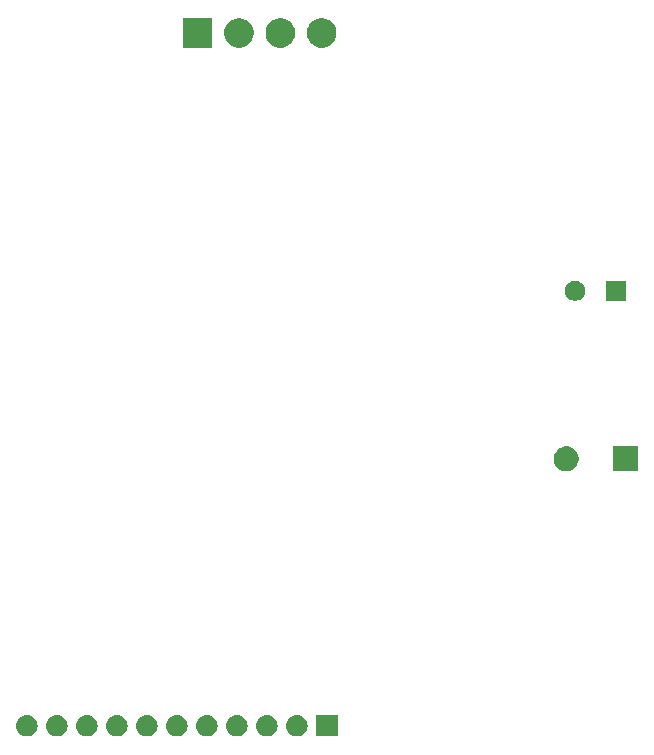
<source format=gbr>
G04 #@! TF.GenerationSoftware,KiCad,Pcbnew,(5.1.4-0-10_14)*
G04 #@! TF.CreationDate,2020-01-18T12:34:28-08:00*
G04 #@! TF.ProjectId,Board,426f6172-642e-46b6-9963-61645f706362,v1.0*
G04 #@! TF.SameCoordinates,Original*
G04 #@! TF.FileFunction,Soldermask,Bot*
G04 #@! TF.FilePolarity,Negative*
%FSLAX46Y46*%
G04 Gerber Fmt 4.6, Leading zero omitted, Abs format (unit mm)*
G04 Created by KiCad (PCBNEW (5.1.4-0-10_14)) date 2020-01-18 12:34:28*
%MOMM*%
%LPD*%
G04 APERTURE LIST*
%ADD10C,0.100000*%
G04 APERTURE END LIST*
D10*
G36*
X77990000Y-94119000D02*
G01*
X76188000Y-94119000D01*
X76188000Y-92317000D01*
X77990000Y-92317000D01*
X77990000Y-94119000D01*
X77990000Y-94119000D01*
G37*
G36*
X74659442Y-92323518D02*
G01*
X74725627Y-92330037D01*
X74895466Y-92381557D01*
X75051991Y-92465222D01*
X75087729Y-92494552D01*
X75189186Y-92577814D01*
X75272448Y-92679271D01*
X75301778Y-92715009D01*
X75385443Y-92871534D01*
X75436963Y-93041373D01*
X75454359Y-93218000D01*
X75436963Y-93394627D01*
X75385443Y-93564466D01*
X75301778Y-93720991D01*
X75272448Y-93756729D01*
X75189186Y-93858186D01*
X75087729Y-93941448D01*
X75051991Y-93970778D01*
X74895466Y-94054443D01*
X74725627Y-94105963D01*
X74659442Y-94112482D01*
X74593260Y-94119000D01*
X74504740Y-94119000D01*
X74438558Y-94112482D01*
X74372373Y-94105963D01*
X74202534Y-94054443D01*
X74046009Y-93970778D01*
X74010271Y-93941448D01*
X73908814Y-93858186D01*
X73825552Y-93756729D01*
X73796222Y-93720991D01*
X73712557Y-93564466D01*
X73661037Y-93394627D01*
X73643641Y-93218000D01*
X73661037Y-93041373D01*
X73712557Y-92871534D01*
X73796222Y-92715009D01*
X73825552Y-92679271D01*
X73908814Y-92577814D01*
X74010271Y-92494552D01*
X74046009Y-92465222D01*
X74202534Y-92381557D01*
X74372373Y-92330037D01*
X74438558Y-92323518D01*
X74504740Y-92317000D01*
X74593260Y-92317000D01*
X74659442Y-92323518D01*
X74659442Y-92323518D01*
G37*
G36*
X72119442Y-92323518D02*
G01*
X72185627Y-92330037D01*
X72355466Y-92381557D01*
X72511991Y-92465222D01*
X72547729Y-92494552D01*
X72649186Y-92577814D01*
X72732448Y-92679271D01*
X72761778Y-92715009D01*
X72845443Y-92871534D01*
X72896963Y-93041373D01*
X72914359Y-93218000D01*
X72896963Y-93394627D01*
X72845443Y-93564466D01*
X72761778Y-93720991D01*
X72732448Y-93756729D01*
X72649186Y-93858186D01*
X72547729Y-93941448D01*
X72511991Y-93970778D01*
X72355466Y-94054443D01*
X72185627Y-94105963D01*
X72119442Y-94112482D01*
X72053260Y-94119000D01*
X71964740Y-94119000D01*
X71898558Y-94112482D01*
X71832373Y-94105963D01*
X71662534Y-94054443D01*
X71506009Y-93970778D01*
X71470271Y-93941448D01*
X71368814Y-93858186D01*
X71285552Y-93756729D01*
X71256222Y-93720991D01*
X71172557Y-93564466D01*
X71121037Y-93394627D01*
X71103641Y-93218000D01*
X71121037Y-93041373D01*
X71172557Y-92871534D01*
X71256222Y-92715009D01*
X71285552Y-92679271D01*
X71368814Y-92577814D01*
X71470271Y-92494552D01*
X71506009Y-92465222D01*
X71662534Y-92381557D01*
X71832373Y-92330037D01*
X71898558Y-92323518D01*
X71964740Y-92317000D01*
X72053260Y-92317000D01*
X72119442Y-92323518D01*
X72119442Y-92323518D01*
G37*
G36*
X69579442Y-92323518D02*
G01*
X69645627Y-92330037D01*
X69815466Y-92381557D01*
X69971991Y-92465222D01*
X70007729Y-92494552D01*
X70109186Y-92577814D01*
X70192448Y-92679271D01*
X70221778Y-92715009D01*
X70305443Y-92871534D01*
X70356963Y-93041373D01*
X70374359Y-93218000D01*
X70356963Y-93394627D01*
X70305443Y-93564466D01*
X70221778Y-93720991D01*
X70192448Y-93756729D01*
X70109186Y-93858186D01*
X70007729Y-93941448D01*
X69971991Y-93970778D01*
X69815466Y-94054443D01*
X69645627Y-94105963D01*
X69579442Y-94112482D01*
X69513260Y-94119000D01*
X69424740Y-94119000D01*
X69358558Y-94112482D01*
X69292373Y-94105963D01*
X69122534Y-94054443D01*
X68966009Y-93970778D01*
X68930271Y-93941448D01*
X68828814Y-93858186D01*
X68745552Y-93756729D01*
X68716222Y-93720991D01*
X68632557Y-93564466D01*
X68581037Y-93394627D01*
X68563641Y-93218000D01*
X68581037Y-93041373D01*
X68632557Y-92871534D01*
X68716222Y-92715009D01*
X68745552Y-92679271D01*
X68828814Y-92577814D01*
X68930271Y-92494552D01*
X68966009Y-92465222D01*
X69122534Y-92381557D01*
X69292373Y-92330037D01*
X69358558Y-92323518D01*
X69424740Y-92317000D01*
X69513260Y-92317000D01*
X69579442Y-92323518D01*
X69579442Y-92323518D01*
G37*
G36*
X67039442Y-92323518D02*
G01*
X67105627Y-92330037D01*
X67275466Y-92381557D01*
X67431991Y-92465222D01*
X67467729Y-92494552D01*
X67569186Y-92577814D01*
X67652448Y-92679271D01*
X67681778Y-92715009D01*
X67765443Y-92871534D01*
X67816963Y-93041373D01*
X67834359Y-93218000D01*
X67816963Y-93394627D01*
X67765443Y-93564466D01*
X67681778Y-93720991D01*
X67652448Y-93756729D01*
X67569186Y-93858186D01*
X67467729Y-93941448D01*
X67431991Y-93970778D01*
X67275466Y-94054443D01*
X67105627Y-94105963D01*
X67039442Y-94112482D01*
X66973260Y-94119000D01*
X66884740Y-94119000D01*
X66818558Y-94112482D01*
X66752373Y-94105963D01*
X66582534Y-94054443D01*
X66426009Y-93970778D01*
X66390271Y-93941448D01*
X66288814Y-93858186D01*
X66205552Y-93756729D01*
X66176222Y-93720991D01*
X66092557Y-93564466D01*
X66041037Y-93394627D01*
X66023641Y-93218000D01*
X66041037Y-93041373D01*
X66092557Y-92871534D01*
X66176222Y-92715009D01*
X66205552Y-92679271D01*
X66288814Y-92577814D01*
X66390271Y-92494552D01*
X66426009Y-92465222D01*
X66582534Y-92381557D01*
X66752373Y-92330037D01*
X66818558Y-92323518D01*
X66884740Y-92317000D01*
X66973260Y-92317000D01*
X67039442Y-92323518D01*
X67039442Y-92323518D01*
G37*
G36*
X64499442Y-92323518D02*
G01*
X64565627Y-92330037D01*
X64735466Y-92381557D01*
X64891991Y-92465222D01*
X64927729Y-92494552D01*
X65029186Y-92577814D01*
X65112448Y-92679271D01*
X65141778Y-92715009D01*
X65225443Y-92871534D01*
X65276963Y-93041373D01*
X65294359Y-93218000D01*
X65276963Y-93394627D01*
X65225443Y-93564466D01*
X65141778Y-93720991D01*
X65112448Y-93756729D01*
X65029186Y-93858186D01*
X64927729Y-93941448D01*
X64891991Y-93970778D01*
X64735466Y-94054443D01*
X64565627Y-94105963D01*
X64499442Y-94112482D01*
X64433260Y-94119000D01*
X64344740Y-94119000D01*
X64278558Y-94112482D01*
X64212373Y-94105963D01*
X64042534Y-94054443D01*
X63886009Y-93970778D01*
X63850271Y-93941448D01*
X63748814Y-93858186D01*
X63665552Y-93756729D01*
X63636222Y-93720991D01*
X63552557Y-93564466D01*
X63501037Y-93394627D01*
X63483641Y-93218000D01*
X63501037Y-93041373D01*
X63552557Y-92871534D01*
X63636222Y-92715009D01*
X63665552Y-92679271D01*
X63748814Y-92577814D01*
X63850271Y-92494552D01*
X63886009Y-92465222D01*
X64042534Y-92381557D01*
X64212373Y-92330037D01*
X64278558Y-92323518D01*
X64344740Y-92317000D01*
X64433260Y-92317000D01*
X64499442Y-92323518D01*
X64499442Y-92323518D01*
G37*
G36*
X61959442Y-92323518D02*
G01*
X62025627Y-92330037D01*
X62195466Y-92381557D01*
X62351991Y-92465222D01*
X62387729Y-92494552D01*
X62489186Y-92577814D01*
X62572448Y-92679271D01*
X62601778Y-92715009D01*
X62685443Y-92871534D01*
X62736963Y-93041373D01*
X62754359Y-93218000D01*
X62736963Y-93394627D01*
X62685443Y-93564466D01*
X62601778Y-93720991D01*
X62572448Y-93756729D01*
X62489186Y-93858186D01*
X62387729Y-93941448D01*
X62351991Y-93970778D01*
X62195466Y-94054443D01*
X62025627Y-94105963D01*
X61959442Y-94112482D01*
X61893260Y-94119000D01*
X61804740Y-94119000D01*
X61738558Y-94112482D01*
X61672373Y-94105963D01*
X61502534Y-94054443D01*
X61346009Y-93970778D01*
X61310271Y-93941448D01*
X61208814Y-93858186D01*
X61125552Y-93756729D01*
X61096222Y-93720991D01*
X61012557Y-93564466D01*
X60961037Y-93394627D01*
X60943641Y-93218000D01*
X60961037Y-93041373D01*
X61012557Y-92871534D01*
X61096222Y-92715009D01*
X61125552Y-92679271D01*
X61208814Y-92577814D01*
X61310271Y-92494552D01*
X61346009Y-92465222D01*
X61502534Y-92381557D01*
X61672373Y-92330037D01*
X61738558Y-92323518D01*
X61804740Y-92317000D01*
X61893260Y-92317000D01*
X61959442Y-92323518D01*
X61959442Y-92323518D01*
G37*
G36*
X59419442Y-92323518D02*
G01*
X59485627Y-92330037D01*
X59655466Y-92381557D01*
X59811991Y-92465222D01*
X59847729Y-92494552D01*
X59949186Y-92577814D01*
X60032448Y-92679271D01*
X60061778Y-92715009D01*
X60145443Y-92871534D01*
X60196963Y-93041373D01*
X60214359Y-93218000D01*
X60196963Y-93394627D01*
X60145443Y-93564466D01*
X60061778Y-93720991D01*
X60032448Y-93756729D01*
X59949186Y-93858186D01*
X59847729Y-93941448D01*
X59811991Y-93970778D01*
X59655466Y-94054443D01*
X59485627Y-94105963D01*
X59419442Y-94112482D01*
X59353260Y-94119000D01*
X59264740Y-94119000D01*
X59198558Y-94112482D01*
X59132373Y-94105963D01*
X58962534Y-94054443D01*
X58806009Y-93970778D01*
X58770271Y-93941448D01*
X58668814Y-93858186D01*
X58585552Y-93756729D01*
X58556222Y-93720991D01*
X58472557Y-93564466D01*
X58421037Y-93394627D01*
X58403641Y-93218000D01*
X58421037Y-93041373D01*
X58472557Y-92871534D01*
X58556222Y-92715009D01*
X58585552Y-92679271D01*
X58668814Y-92577814D01*
X58770271Y-92494552D01*
X58806009Y-92465222D01*
X58962534Y-92381557D01*
X59132373Y-92330037D01*
X59198558Y-92323518D01*
X59264740Y-92317000D01*
X59353260Y-92317000D01*
X59419442Y-92323518D01*
X59419442Y-92323518D01*
G37*
G36*
X56879442Y-92323518D02*
G01*
X56945627Y-92330037D01*
X57115466Y-92381557D01*
X57271991Y-92465222D01*
X57307729Y-92494552D01*
X57409186Y-92577814D01*
X57492448Y-92679271D01*
X57521778Y-92715009D01*
X57605443Y-92871534D01*
X57656963Y-93041373D01*
X57674359Y-93218000D01*
X57656963Y-93394627D01*
X57605443Y-93564466D01*
X57521778Y-93720991D01*
X57492448Y-93756729D01*
X57409186Y-93858186D01*
X57307729Y-93941448D01*
X57271991Y-93970778D01*
X57115466Y-94054443D01*
X56945627Y-94105963D01*
X56879442Y-94112482D01*
X56813260Y-94119000D01*
X56724740Y-94119000D01*
X56658558Y-94112482D01*
X56592373Y-94105963D01*
X56422534Y-94054443D01*
X56266009Y-93970778D01*
X56230271Y-93941448D01*
X56128814Y-93858186D01*
X56045552Y-93756729D01*
X56016222Y-93720991D01*
X55932557Y-93564466D01*
X55881037Y-93394627D01*
X55863641Y-93218000D01*
X55881037Y-93041373D01*
X55932557Y-92871534D01*
X56016222Y-92715009D01*
X56045552Y-92679271D01*
X56128814Y-92577814D01*
X56230271Y-92494552D01*
X56266009Y-92465222D01*
X56422534Y-92381557D01*
X56592373Y-92330037D01*
X56658558Y-92323518D01*
X56724740Y-92317000D01*
X56813260Y-92317000D01*
X56879442Y-92323518D01*
X56879442Y-92323518D01*
G37*
G36*
X54339442Y-92323518D02*
G01*
X54405627Y-92330037D01*
X54575466Y-92381557D01*
X54731991Y-92465222D01*
X54767729Y-92494552D01*
X54869186Y-92577814D01*
X54952448Y-92679271D01*
X54981778Y-92715009D01*
X55065443Y-92871534D01*
X55116963Y-93041373D01*
X55134359Y-93218000D01*
X55116963Y-93394627D01*
X55065443Y-93564466D01*
X54981778Y-93720991D01*
X54952448Y-93756729D01*
X54869186Y-93858186D01*
X54767729Y-93941448D01*
X54731991Y-93970778D01*
X54575466Y-94054443D01*
X54405627Y-94105963D01*
X54339442Y-94112482D01*
X54273260Y-94119000D01*
X54184740Y-94119000D01*
X54118558Y-94112482D01*
X54052373Y-94105963D01*
X53882534Y-94054443D01*
X53726009Y-93970778D01*
X53690271Y-93941448D01*
X53588814Y-93858186D01*
X53505552Y-93756729D01*
X53476222Y-93720991D01*
X53392557Y-93564466D01*
X53341037Y-93394627D01*
X53323641Y-93218000D01*
X53341037Y-93041373D01*
X53392557Y-92871534D01*
X53476222Y-92715009D01*
X53505552Y-92679271D01*
X53588814Y-92577814D01*
X53690271Y-92494552D01*
X53726009Y-92465222D01*
X53882534Y-92381557D01*
X54052373Y-92330037D01*
X54118558Y-92323518D01*
X54184740Y-92317000D01*
X54273260Y-92317000D01*
X54339442Y-92323518D01*
X54339442Y-92323518D01*
G37*
G36*
X51799442Y-92323518D02*
G01*
X51865627Y-92330037D01*
X52035466Y-92381557D01*
X52191991Y-92465222D01*
X52227729Y-92494552D01*
X52329186Y-92577814D01*
X52412448Y-92679271D01*
X52441778Y-92715009D01*
X52525443Y-92871534D01*
X52576963Y-93041373D01*
X52594359Y-93218000D01*
X52576963Y-93394627D01*
X52525443Y-93564466D01*
X52441778Y-93720991D01*
X52412448Y-93756729D01*
X52329186Y-93858186D01*
X52227729Y-93941448D01*
X52191991Y-93970778D01*
X52035466Y-94054443D01*
X51865627Y-94105963D01*
X51799442Y-94112482D01*
X51733260Y-94119000D01*
X51644740Y-94119000D01*
X51578558Y-94112482D01*
X51512373Y-94105963D01*
X51342534Y-94054443D01*
X51186009Y-93970778D01*
X51150271Y-93941448D01*
X51048814Y-93858186D01*
X50965552Y-93756729D01*
X50936222Y-93720991D01*
X50852557Y-93564466D01*
X50801037Y-93394627D01*
X50783641Y-93218000D01*
X50801037Y-93041373D01*
X50852557Y-92871534D01*
X50936222Y-92715009D01*
X50965552Y-92679271D01*
X51048814Y-92577814D01*
X51150271Y-92494552D01*
X51186009Y-92465222D01*
X51342534Y-92381557D01*
X51512373Y-92330037D01*
X51578558Y-92323518D01*
X51644740Y-92317000D01*
X51733260Y-92317000D01*
X51799442Y-92323518D01*
X51799442Y-92323518D01*
G37*
G36*
X103413000Y-71663000D02*
G01*
X101311000Y-71663000D01*
X101311000Y-69561000D01*
X103413000Y-69561000D01*
X103413000Y-71663000D01*
X103413000Y-71663000D01*
G37*
G36*
X97668564Y-69601389D02*
G01*
X97859833Y-69680615D01*
X97859835Y-69680616D01*
X98031973Y-69795635D01*
X98178365Y-69942027D01*
X98293385Y-70114167D01*
X98372611Y-70305436D01*
X98413000Y-70508484D01*
X98413000Y-70715516D01*
X98372611Y-70918564D01*
X98293385Y-71109833D01*
X98293384Y-71109835D01*
X98178365Y-71281973D01*
X98031973Y-71428365D01*
X97859835Y-71543384D01*
X97859834Y-71543385D01*
X97859833Y-71543385D01*
X97668564Y-71622611D01*
X97465516Y-71663000D01*
X97258484Y-71663000D01*
X97055436Y-71622611D01*
X96864167Y-71543385D01*
X96864166Y-71543385D01*
X96864165Y-71543384D01*
X96692027Y-71428365D01*
X96545635Y-71281973D01*
X96430616Y-71109835D01*
X96430615Y-71109833D01*
X96351389Y-70918564D01*
X96311000Y-70715516D01*
X96311000Y-70508484D01*
X96351389Y-70305436D01*
X96430615Y-70114167D01*
X96545635Y-69942027D01*
X96692027Y-69795635D01*
X96864165Y-69680616D01*
X96864167Y-69680615D01*
X97055436Y-69601389D01*
X97258484Y-69561000D01*
X97465516Y-69561000D01*
X97668564Y-69601389D01*
X97668564Y-69601389D01*
G37*
G36*
X102451000Y-57239000D02*
G01*
X100749000Y-57239000D01*
X100749000Y-55537000D01*
X102451000Y-55537000D01*
X102451000Y-57239000D01*
X102451000Y-57239000D01*
G37*
G36*
X98348228Y-55569703D02*
G01*
X98503100Y-55633853D01*
X98642481Y-55726985D01*
X98761015Y-55845519D01*
X98854147Y-55984900D01*
X98918297Y-56139772D01*
X98951000Y-56304184D01*
X98951000Y-56471816D01*
X98918297Y-56636228D01*
X98854147Y-56791100D01*
X98761015Y-56930481D01*
X98642481Y-57049015D01*
X98503100Y-57142147D01*
X98348228Y-57206297D01*
X98183816Y-57239000D01*
X98016184Y-57239000D01*
X97851772Y-57206297D01*
X97696900Y-57142147D01*
X97557519Y-57049015D01*
X97438985Y-56930481D01*
X97345853Y-56791100D01*
X97281703Y-56636228D01*
X97249000Y-56471816D01*
X97249000Y-56304184D01*
X97281703Y-56139772D01*
X97345853Y-55984900D01*
X97438985Y-55845519D01*
X97557519Y-55726985D01*
X97696900Y-55633853D01*
X97851772Y-55569703D01*
X98016184Y-55537000D01*
X98183816Y-55537000D01*
X98348228Y-55569703D01*
X98348228Y-55569703D01*
G37*
G36*
X67403000Y-35795000D02*
G01*
X64901000Y-35795000D01*
X64901000Y-33293000D01*
X67403000Y-33293000D01*
X67403000Y-35795000D01*
X67403000Y-35795000D01*
G37*
G36*
X70016903Y-33341075D02*
G01*
X70244571Y-33435378D01*
X70449466Y-33572285D01*
X70623715Y-33746534D01*
X70760622Y-33951429D01*
X70854925Y-34179097D01*
X70903000Y-34420787D01*
X70903000Y-34667213D01*
X70854925Y-34908903D01*
X70760622Y-35136571D01*
X70623715Y-35341466D01*
X70449466Y-35515715D01*
X70244571Y-35652622D01*
X70244570Y-35652623D01*
X70244569Y-35652623D01*
X70016903Y-35746925D01*
X69775214Y-35795000D01*
X69528786Y-35795000D01*
X69287097Y-35746925D01*
X69059431Y-35652623D01*
X69059430Y-35652623D01*
X69059429Y-35652622D01*
X68854534Y-35515715D01*
X68680285Y-35341466D01*
X68543378Y-35136571D01*
X68449075Y-34908903D01*
X68401000Y-34667213D01*
X68401000Y-34420787D01*
X68449075Y-34179097D01*
X68543378Y-33951429D01*
X68680285Y-33746534D01*
X68854534Y-33572285D01*
X69059429Y-33435378D01*
X69287097Y-33341075D01*
X69528786Y-33293000D01*
X69775214Y-33293000D01*
X70016903Y-33341075D01*
X70016903Y-33341075D01*
G37*
G36*
X73516903Y-33341075D02*
G01*
X73744571Y-33435378D01*
X73949466Y-33572285D01*
X74123715Y-33746534D01*
X74260622Y-33951429D01*
X74354925Y-34179097D01*
X74403000Y-34420787D01*
X74403000Y-34667213D01*
X74354925Y-34908903D01*
X74260622Y-35136571D01*
X74123715Y-35341466D01*
X73949466Y-35515715D01*
X73744571Y-35652622D01*
X73744570Y-35652623D01*
X73744569Y-35652623D01*
X73516903Y-35746925D01*
X73275214Y-35795000D01*
X73028786Y-35795000D01*
X72787097Y-35746925D01*
X72559431Y-35652623D01*
X72559430Y-35652623D01*
X72559429Y-35652622D01*
X72354534Y-35515715D01*
X72180285Y-35341466D01*
X72043378Y-35136571D01*
X71949075Y-34908903D01*
X71901000Y-34667213D01*
X71901000Y-34420787D01*
X71949075Y-34179097D01*
X72043378Y-33951429D01*
X72180285Y-33746534D01*
X72354534Y-33572285D01*
X72559429Y-33435378D01*
X72787097Y-33341075D01*
X73028786Y-33293000D01*
X73275214Y-33293000D01*
X73516903Y-33341075D01*
X73516903Y-33341075D01*
G37*
G36*
X77016903Y-33341075D02*
G01*
X77244571Y-33435378D01*
X77449466Y-33572285D01*
X77623715Y-33746534D01*
X77760622Y-33951429D01*
X77854925Y-34179097D01*
X77903000Y-34420787D01*
X77903000Y-34667213D01*
X77854925Y-34908903D01*
X77760622Y-35136571D01*
X77623715Y-35341466D01*
X77449466Y-35515715D01*
X77244571Y-35652622D01*
X77244570Y-35652623D01*
X77244569Y-35652623D01*
X77016903Y-35746925D01*
X76775214Y-35795000D01*
X76528786Y-35795000D01*
X76287097Y-35746925D01*
X76059431Y-35652623D01*
X76059430Y-35652623D01*
X76059429Y-35652622D01*
X75854534Y-35515715D01*
X75680285Y-35341466D01*
X75543378Y-35136571D01*
X75449075Y-34908903D01*
X75401000Y-34667213D01*
X75401000Y-34420787D01*
X75449075Y-34179097D01*
X75543378Y-33951429D01*
X75680285Y-33746534D01*
X75854534Y-33572285D01*
X76059429Y-33435378D01*
X76287097Y-33341075D01*
X76528786Y-33293000D01*
X76775214Y-33293000D01*
X77016903Y-33341075D01*
X77016903Y-33341075D01*
G37*
M02*

</source>
